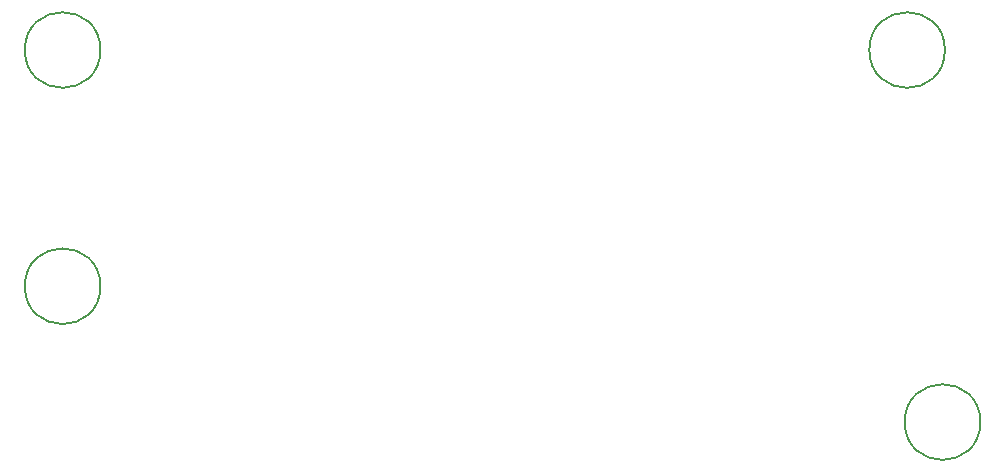
<source format=gbr>
%TF.GenerationSoftware,KiCad,Pcbnew,7.0.10*%
%TF.CreationDate,2024-03-27T08:08:40+01:00*%
%TF.ProjectId,OS-ServoDriver,4f532d53-6572-4766-9f44-72697665722e,rev?*%
%TF.SameCoordinates,Original*%
%TF.FileFunction,Other,Comment*%
%FSLAX46Y46*%
G04 Gerber Fmt 4.6, Leading zero omitted, Abs format (unit mm)*
G04 Created by KiCad (PCBNEW 7.0.10) date 2024-03-27 08:08:40*
%MOMM*%
%LPD*%
G01*
G04 APERTURE LIST*
%ADD10C,0.150000*%
G04 APERTURE END LIST*
D10*
%TO.C,REF\u002A\u002A*%
X164700000Y-145500000D02*
G75*
G03*
X158300000Y-145500000I-3200000J0D01*
G01*
X158300000Y-145500000D02*
G75*
G03*
X164700000Y-145500000I3200000J0D01*
G01*
X90200000Y-134000000D02*
G75*
G03*
X83800000Y-134000000I-3200000J0D01*
G01*
X83800000Y-134000000D02*
G75*
G03*
X90200000Y-134000000I3200000J0D01*
G01*
X161700000Y-114000000D02*
G75*
G03*
X155300000Y-114000000I-3200000J0D01*
G01*
X155300000Y-114000000D02*
G75*
G03*
X161700000Y-114000000I3200000J0D01*
G01*
X90200000Y-114000000D02*
G75*
G03*
X83800000Y-114000000I-3200000J0D01*
G01*
X83800000Y-114000000D02*
G75*
G03*
X90200000Y-114000000I3200000J0D01*
G01*
%TD*%
M02*

</source>
